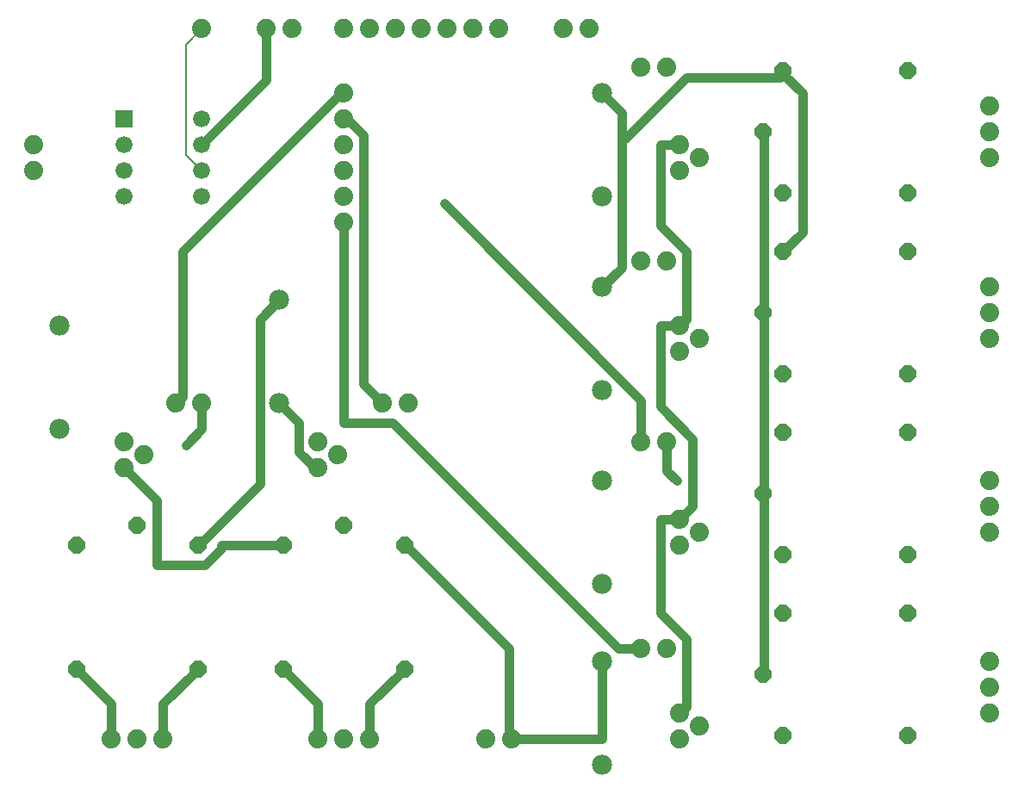
<source format=gbr>
G04 EAGLE Gerber RS-274X export*
G75*
%MOMM*%
%FSLAX34Y34*%
%LPD*%
%INBottom Copper*%
%IPPOS*%
%AMOC8*
5,1,8,0,0,1.08239X$1,22.5*%
G01*
%ADD10C,1.879600*%
%ADD11C,1.981200*%
%ADD12P,1.785944X8X22.500000*%
%ADD13P,1.785944X8X292.500000*%
%ADD14R,1.676400X1.676400*%
%ADD15C,1.676400*%
%ADD16C,0.914400*%
%ADD17C,0.756400*%
%ADD18C,0.152400*%


D10*
X317500Y736600D03*
X342900Y736600D03*
X368300Y736600D03*
X393700Y736600D03*
X419100Y736600D03*
X444500Y736600D03*
X469900Y736600D03*
X533400Y736600D03*
X558800Y736600D03*
X241300Y736600D03*
X266700Y736600D03*
X482600Y38100D03*
X457200Y38100D03*
D11*
X571500Y12700D03*
X571500Y114300D03*
D10*
X609600Y698500D03*
X635000Y698500D03*
X355600Y368300D03*
X381000Y368300D03*
X152400Y368300D03*
X177800Y368300D03*
D11*
X571500Y190500D03*
X571500Y292100D03*
X571500Y381000D03*
X571500Y482600D03*
X571500Y571500D03*
X571500Y673100D03*
X254000Y368300D03*
X254000Y469900D03*
X38100Y342900D03*
X38100Y444500D03*
D10*
X609600Y127000D03*
X635000Y127000D03*
X609600Y330200D03*
X635000Y330200D03*
X609600Y508000D03*
X635000Y508000D03*
X12700Y596900D03*
X12700Y622300D03*
X177800Y736600D03*
X647700Y63500D03*
X666750Y50800D03*
X647700Y38100D03*
X647700Y254000D03*
X666750Y241300D03*
X647700Y228600D03*
X647700Y444500D03*
X666750Y431800D03*
X647700Y419100D03*
X647700Y622300D03*
X666750Y609600D03*
X647700Y596900D03*
X292100Y330200D03*
X311150Y317500D03*
X292100Y304800D03*
X101600Y330200D03*
X120650Y317500D03*
X101600Y304800D03*
X952500Y114300D03*
X952500Y88900D03*
X952500Y63500D03*
X952500Y292100D03*
X952500Y266700D03*
X952500Y241300D03*
X952500Y482600D03*
X952500Y457200D03*
X952500Y431800D03*
X952500Y660400D03*
X952500Y635000D03*
X952500Y609600D03*
X139700Y38100D03*
X114300Y38100D03*
X88900Y38100D03*
X342900Y38100D03*
X317500Y38100D03*
X292100Y38100D03*
X317500Y546100D03*
X317500Y571500D03*
X317500Y596900D03*
X317500Y622300D03*
X317500Y647700D03*
X317500Y673100D03*
D12*
X749300Y161600D03*
X749300Y41600D03*
X871300Y161600D03*
X871300Y41600D03*
X729300Y101600D03*
X749300Y339400D03*
X749300Y219400D03*
X871300Y339400D03*
X871300Y219400D03*
X729300Y279400D03*
D13*
X377500Y228600D03*
X257500Y228600D03*
X377500Y106600D03*
X257500Y106600D03*
X317500Y248600D03*
D12*
X749300Y517200D03*
X749300Y397200D03*
X871300Y517200D03*
X871300Y397200D03*
X729300Y457200D03*
X749300Y695000D03*
X749300Y575000D03*
X871300Y695000D03*
X871300Y575000D03*
X729300Y635000D03*
D13*
X174300Y228600D03*
X54300Y228600D03*
X174300Y106600D03*
X54300Y106600D03*
X114300Y248600D03*
D14*
X101600Y647700D03*
D15*
X101600Y622300D03*
X101600Y596900D03*
X101600Y571500D03*
X177800Y571500D03*
X177800Y596900D03*
X177800Y622300D03*
X177800Y647700D03*
D16*
X196850Y228600D02*
X257500Y228600D01*
X196850Y228600D02*
X196850Y225425D01*
X180975Y209550D01*
X133350Y209550D01*
X133350Y273050D01*
X101600Y304800D01*
X254000Y368300D02*
X273050Y349250D01*
X273050Y320675D01*
X288925Y304800D01*
X292100Y304800D01*
X177800Y342900D02*
X161925Y327025D01*
X177800Y342900D02*
X177800Y368300D01*
D17*
X161925Y327025D03*
D16*
X635000Y301625D02*
X644525Y292100D01*
X635000Y301625D02*
X635000Y330200D01*
D17*
X644525Y292100D03*
D16*
X292100Y73025D02*
X260350Y104775D01*
X292100Y73025D02*
X292100Y38100D01*
X260350Y104775D02*
X257500Y106600D01*
X342900Y73025D02*
X374650Y104775D01*
X342900Y73025D02*
X342900Y38100D01*
X374650Y104775D02*
X377500Y106600D01*
X88900Y73025D02*
X57150Y104775D01*
X88900Y73025D02*
X88900Y38100D01*
X57150Y104775D02*
X54300Y106600D01*
X139700Y73025D02*
X171450Y104775D01*
X139700Y73025D02*
X139700Y38100D01*
X171450Y104775D02*
X174300Y106600D01*
D18*
X177800Y596900D02*
X161925Y612775D01*
X161925Y720725D01*
X177800Y736600D01*
D16*
X241300Y685800D02*
X177800Y622300D01*
X241300Y685800D02*
X241300Y736600D01*
X482600Y38100D02*
X571500Y38100D01*
X571500Y114300D01*
X479425Y127000D02*
X377825Y228600D01*
X479425Y127000D02*
X479425Y41275D01*
X377825Y228600D02*
X377500Y228600D01*
X479425Y41275D02*
X482600Y38100D01*
X749300Y517525D02*
X768350Y536575D01*
X768350Y673100D01*
X749300Y692150D01*
X749300Y517525D02*
X749300Y517200D01*
X749300Y692150D02*
X749300Y695000D01*
X590550Y501650D02*
X571500Y482600D01*
X590550Y628650D02*
X590550Y654050D01*
X590550Y628650D02*
X590550Y501650D01*
X590550Y654050D02*
X571500Y673100D01*
X654050Y688975D02*
X746125Y688975D01*
X654050Y688975D02*
X593725Y628650D01*
X746125Y688975D02*
X749300Y695000D01*
X593725Y628650D02*
X590550Y628650D01*
X234950Y288925D02*
X174625Y228600D01*
X234950Y288925D02*
X234950Y450850D01*
X254000Y469900D01*
X174625Y228600D02*
X174300Y228600D01*
X628650Y254000D02*
X647700Y254000D01*
X628650Y254000D02*
X628650Y161925D01*
X654050Y136525D01*
X654050Y69850D01*
X647700Y63500D01*
X647700Y444500D02*
X628650Y444500D01*
X628650Y365125D01*
X660400Y333375D01*
X660400Y266700D01*
X647700Y254000D01*
X647700Y622300D02*
X628650Y622300D01*
X628650Y542925D01*
X654050Y517525D01*
X654050Y450850D01*
X647700Y444500D01*
X609600Y127000D02*
X587375Y127000D01*
X365125Y349250D01*
X317500Y349250D01*
X317500Y546100D01*
X415925Y565150D02*
X609600Y371475D01*
X609600Y330200D01*
D17*
X415925Y565150D03*
D16*
X336550Y387350D02*
X355600Y368300D01*
X336550Y387350D02*
X336550Y631825D01*
X320675Y647700D01*
X317500Y647700D01*
X158750Y374650D02*
X152400Y368300D01*
X158750Y374650D02*
X158750Y517525D01*
X314325Y673100D01*
X317500Y673100D01*
X730250Y279400D02*
X730250Y101600D01*
X729300Y101600D01*
X729300Y279400D02*
X730250Y279400D01*
X730250Y282575D02*
X730250Y457200D01*
X729300Y457200D01*
X730250Y282575D02*
X729300Y279400D01*
X730250Y460375D02*
X730250Y635000D01*
X729300Y635000D01*
X730250Y460375D02*
X729300Y457200D01*
M02*

</source>
